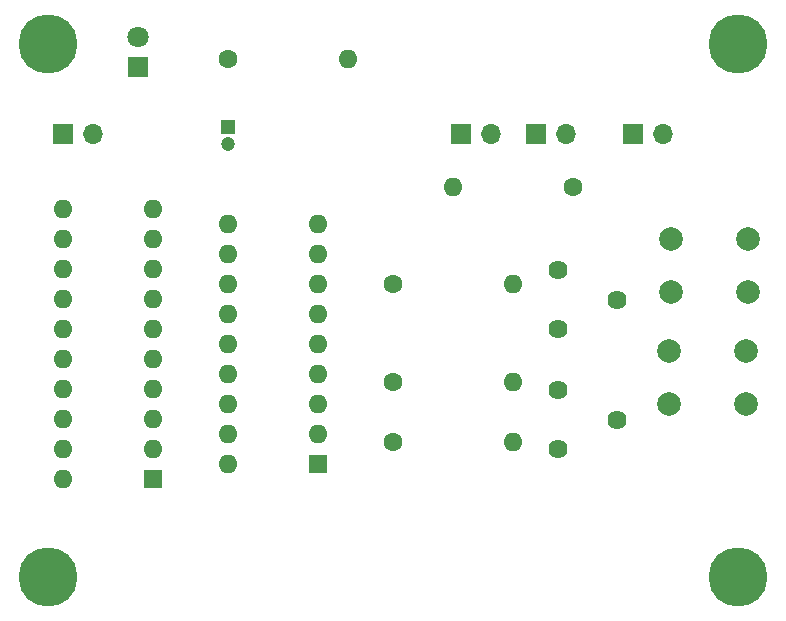
<source format=gbr>
G04 #@! TF.FileFunction,Soldermask,Bot*
%FSLAX46Y46*%
G04 Gerber Fmt 4.6, Leading zero omitted, Abs format (unit mm)*
G04 Created by KiCad (PCBNEW 4.0.6+dfsg1-1) date Sun Nov 12 00:41:49 2017*
%MOMM*%
%LPD*%
G01*
G04 APERTURE LIST*
%ADD10C,0.100000*%
%ADD11C,5.000000*%
%ADD12R,1.200000X1.200000*%
%ADD13C,1.200000*%
%ADD14C,1.600000*%
%ADD15O,1.600000X1.600000*%
%ADD16C,1.620000*%
%ADD17R,1.600000X1.600000*%
%ADD18C,2.000000*%
%ADD19R,1.800000X1.800000*%
%ADD20C,1.800000*%
%ADD21R,1.700000X1.700000*%
%ADD22O,1.700000X1.700000*%
G04 APERTURE END LIST*
D10*
D11*
X102235000Y-120015000D03*
X160655000Y-120015000D03*
X160655000Y-74930000D03*
D12*
X117475000Y-81915000D03*
D13*
X117475000Y-83415000D03*
D14*
X146685000Y-86995000D03*
D15*
X136525000Y-86995000D03*
D14*
X131445000Y-103505000D03*
D15*
X141605000Y-103505000D03*
D14*
X117475000Y-76200000D03*
D15*
X127635000Y-76200000D03*
D16*
X145415000Y-104220000D03*
X150415000Y-106720000D03*
X145415000Y-109220000D03*
X145415000Y-94060000D03*
X150415000Y-96560000D03*
X145415000Y-99060000D03*
D17*
X125095000Y-110490000D03*
D15*
X117475000Y-90170000D03*
X125095000Y-107950000D03*
X117475000Y-92710000D03*
X125095000Y-105410000D03*
X117475000Y-95250000D03*
X125095000Y-102870000D03*
X117475000Y-97790000D03*
X125095000Y-100330000D03*
X117475000Y-100330000D03*
X125095000Y-97790000D03*
X117475000Y-102870000D03*
X125095000Y-95250000D03*
X117475000Y-105410000D03*
X125095000Y-92710000D03*
X117475000Y-107950000D03*
X125095000Y-90170000D03*
X117475000Y-110490000D03*
D14*
X131445000Y-95250000D03*
D15*
X141605000Y-95250000D03*
D18*
X161290000Y-100910000D03*
X161290000Y-105410000D03*
X154790000Y-100910000D03*
X154790000Y-105410000D03*
X154940000Y-95940000D03*
X154940000Y-91440000D03*
X161440000Y-95940000D03*
X161440000Y-91440000D03*
D17*
X111125000Y-111760000D03*
D15*
X103505000Y-88900000D03*
X111125000Y-109220000D03*
X103505000Y-91440000D03*
X111125000Y-106680000D03*
X103505000Y-93980000D03*
X111125000Y-104140000D03*
X103505000Y-96520000D03*
X111125000Y-101600000D03*
X103505000Y-99060000D03*
X111125000Y-99060000D03*
X103505000Y-101600000D03*
X111125000Y-96520000D03*
X103505000Y-104140000D03*
X111125000Y-93980000D03*
X103505000Y-106680000D03*
X111125000Y-91440000D03*
X103505000Y-109220000D03*
X111125000Y-88900000D03*
X103505000Y-111760000D03*
D19*
X109855000Y-76835000D03*
D20*
X109855000Y-74295000D03*
D14*
X131445000Y-108585000D03*
D15*
X141605000Y-108585000D03*
D21*
X137160000Y-82550000D03*
D22*
X139700000Y-82550000D03*
D21*
X151765000Y-82550000D03*
D22*
X154305000Y-82550000D03*
D21*
X143510000Y-82550000D03*
D22*
X146050000Y-82550000D03*
D21*
X103505000Y-82550000D03*
D22*
X106045000Y-82550000D03*
D11*
X102235000Y-74930000D03*
M02*

</source>
